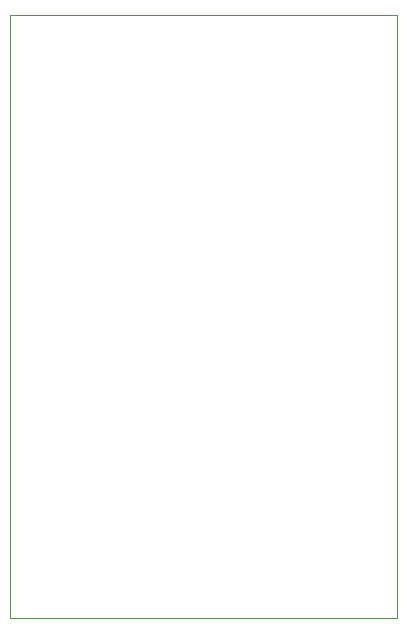
<source format=gbr>
%TF.GenerationSoftware,KiCad,Pcbnew,9.0.0*%
%TF.CreationDate,2025-04-24T22:16:00-04:00*%
%TF.ProjectId,SeniorProject,53656e69-6f72-4507-926f-6a6563742e6b,rev?*%
%TF.SameCoordinates,Original*%
%TF.FileFunction,Profile,NP*%
%FSLAX46Y46*%
G04 Gerber Fmt 4.6, Leading zero omitted, Abs format (unit mm)*
G04 Created by KiCad (PCBNEW 9.0.0) date 2025-04-24 22:16:00*
%MOMM*%
%LPD*%
G01*
G04 APERTURE LIST*
%TA.AperFunction,Profile*%
%ADD10C,0.050000*%
%TD*%
G04 APERTURE END LIST*
D10*
X110000000Y-116000000D02*
X142750000Y-116000000D01*
X142750000Y-116000000D02*
X142750000Y-65000000D01*
X110000000Y-65000000D02*
X142750000Y-65000000D01*
X110000000Y-116000000D02*
X110000000Y-65000000D01*
M02*

</source>
